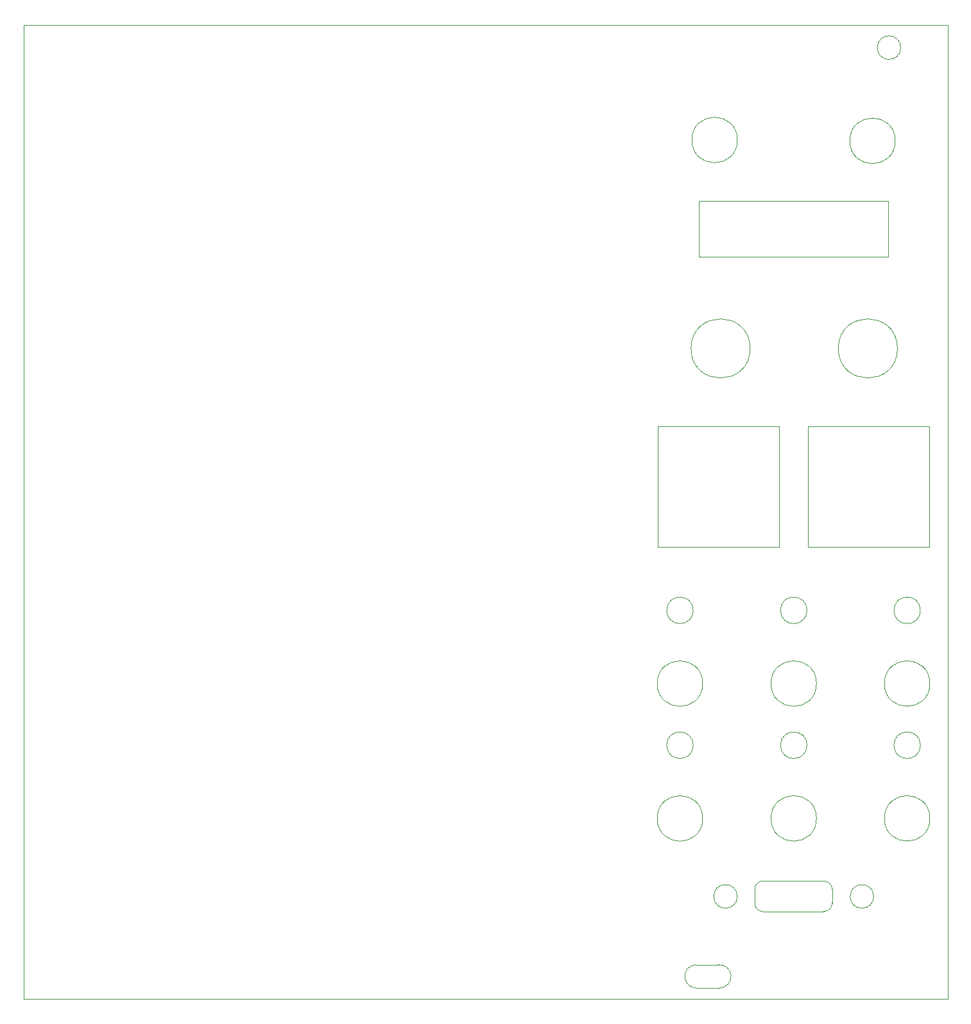
<source format=gbr>
%TF.GenerationSoftware,KiCad,Pcbnew,7.0.9*%
%TF.CreationDate,2023-11-28T17:14:25+01:00*%
%TF.ProjectId,euroPi-kicad,6575726f-5069-42d6-9b69-6361642e6b69,rev?*%
%TF.SameCoordinates,Original*%
%TF.FileFunction,Profile,NP*%
%FSLAX46Y46*%
G04 Gerber Fmt 4.6, Leading zero omitted, Abs format (unit mm)*
G04 Created by KiCad (PCBNEW 7.0.9) date 2023-11-28 17:14:25*
%MOMM*%
%LPD*%
G01*
G04 APERTURE LIST*
%TA.AperFunction,Profile*%
%ADD10C,0.100000*%
%TD*%
%TA.AperFunction,Profile*%
%ADD11C,0.050000*%
%TD*%
G04 APERTURE END LIST*
D10*
X128993800Y-102610800D02*
G75*
G03*
X128993800Y-102610800I-1750000J0D01*
G01*
X130243800Y-130050800D02*
G75*
G03*
X130243800Y-130050800I-3000000J0D01*
G01*
X160215800Y-130048000D02*
G75*
G03*
X160215800Y-130048000I-3000000J0D01*
G01*
X160215800Y-112268000D02*
G75*
G03*
X160215800Y-112268000I-3000000J0D01*
G01*
X145255200Y-112268000D02*
G75*
G03*
X145255200Y-112268000I-3000000J0D01*
G01*
X145255200Y-130048000D02*
G75*
G03*
X145255200Y-130048000I-3000000J0D01*
G01*
X40640000Y-25400000D02*
X162560000Y-25400000D01*
X162560000Y-153898600D01*
X40640000Y-153898600D01*
X40640000Y-25400000D01*
X136503200Y-68072000D02*
G75*
G03*
X136503200Y-68072000I-3900000J0D01*
G01*
X134815800Y-40584000D02*
G75*
G03*
X134815800Y-40584000I-3000000J0D01*
G01*
X158965800Y-120396000D02*
G75*
G03*
X158965800Y-120396000I-1750000J0D01*
G01*
X128993800Y-120398800D02*
G75*
G03*
X128993800Y-120398800I-1750000J0D01*
G01*
X155934200Y-68072000D02*
G75*
G03*
X155934200Y-68072000I-3900000J0D01*
G01*
X144005200Y-120396000D02*
G75*
G03*
X144005200Y-120396000I-1750000J0D01*
G01*
X144145000Y-78359000D02*
X160147000Y-78359000D01*
X160147000Y-94234000D01*
X144145000Y-94234000D01*
X144145000Y-78359000D01*
X124333000Y-78359000D02*
X140335000Y-78359000D01*
X140335000Y-94234000D01*
X124333000Y-94234000D01*
X124333000Y-78359000D01*
X158965800Y-102608000D02*
G75*
G03*
X158965800Y-102608000I-1750000J0D01*
G01*
X155643800Y-40696000D02*
G75*
G03*
X155643800Y-40696000I-3000000J0D01*
G01*
X129743200Y-48586000D02*
X154686000Y-48586000D01*
X154686000Y-55952000D01*
X129743200Y-55952000D01*
X129743200Y-48586000D01*
X144005200Y-102608000D02*
G75*
G03*
X144005200Y-102608000I-1750000J0D01*
G01*
X130243800Y-112270800D02*
G75*
G03*
X130243800Y-112270800I-3000000J0D01*
G01*
D11*
%TO.C,REF\u002A\u002A*%
X129286000Y-149352000D02*
X132334000Y-149352000D01*
X132461000Y-152400000D02*
X129286000Y-152400000D01*
X129286000Y-149352002D02*
G75*
G03*
X129286000Y-152399998I127000J-1523998D01*
G01*
X132461000Y-152405281D02*
G75*
G03*
X132334000Y-149352002I0J1529281D01*
G01*
D10*
X156370000Y-28400000D02*
G75*
G03*
X156370000Y-28400000I-1550000J0D01*
G01*
D11*
%TO.C,J13*%
X147325500Y-141226500D02*
X147325500Y-139404920D01*
X146226080Y-138305500D02*
X138196907Y-138305500D01*
X138196907Y-142325920D02*
X146226080Y-142325920D01*
X137097487Y-139404920D02*
X137097487Y-141226500D01*
X146226080Y-142325920D02*
G75*
G03*
X147325500Y-141226500I-1J1099421D01*
G01*
X147325500Y-139404920D02*
G75*
G03*
X146226080Y-138305500I-1099421J-1D01*
G01*
X137097480Y-141226500D02*
G75*
G03*
X138196907Y-142325920I1099420J0D01*
G01*
X138196907Y-138305497D02*
G75*
G03*
X137097487Y-139404920I-27J-1099393D01*
G01*
X152795500Y-140337500D02*
G75*
G03*
X152795500Y-140337500I-1550000J0D01*
G01*
X134795500Y-140337500D02*
G75*
G03*
X134795500Y-140337500I-1550000J0D01*
G01*
%TD*%
M02*

</source>
